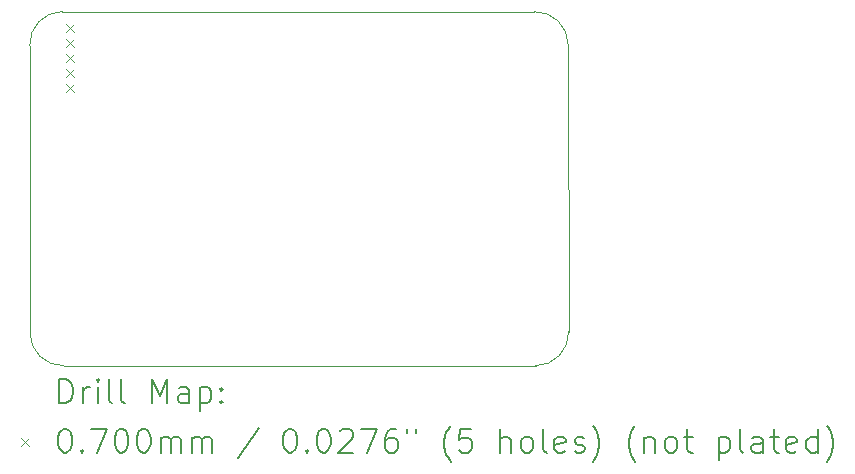
<source format=gbr>
%TF.GenerationSoftware,KiCad,Pcbnew,(6.0.9)*%
%TF.CreationDate,2022-11-24T16:49:14+01:00*%
%TF.ProjectId,LDAD ATOM PRO,4c444144-2041-4544-9f4d-2050524f2e6b,5.3*%
%TF.SameCoordinates,Original*%
%TF.FileFunction,Drillmap*%
%TF.FilePolarity,Positive*%
%FSLAX45Y45*%
G04 Gerber Fmt 4.5, Leading zero omitted, Abs format (unit mm)*
G04 Created by KiCad (PCBNEW (6.0.9)) date 2022-11-24 16:49:14*
%MOMM*%
%LPD*%
G01*
G04 APERTURE LIST*
%ADD10C,0.100000*%
%ADD11C,0.200000*%
%ADD12C,0.070000*%
G04 APERTURE END LIST*
D10*
X11911342Y-11246793D02*
X15905000Y-11247000D01*
X16179179Y-8528000D02*
G75*
G03*
X15891000Y-8250000I-278189J-10D01*
G01*
X15905000Y-11247000D02*
G75*
G03*
X16183000Y-10958820I0J278180D01*
G01*
X11898387Y-8248955D02*
X15891000Y-8250000D01*
X16183000Y-10958820D02*
X16179180Y-8528000D01*
X11623168Y-10968793D02*
G75*
G03*
X11911342Y-11246793I278182J3D01*
G01*
X11623162Y-10968793D02*
X11620387Y-8537135D01*
X11898387Y-8248956D02*
G75*
G03*
X11620387Y-8537135I-27J-278154D01*
G01*
D11*
D12*
X11926550Y-8351000D02*
X11996550Y-8421000D01*
X11996550Y-8351000D02*
X11926550Y-8421000D01*
X11926550Y-8478000D02*
X11996550Y-8548000D01*
X11996550Y-8478000D02*
X11926550Y-8548000D01*
X11926550Y-8605000D02*
X11996550Y-8675000D01*
X11996550Y-8605000D02*
X11926550Y-8675000D01*
X11926550Y-8732000D02*
X11996550Y-8802000D01*
X11996550Y-8732000D02*
X11926550Y-8802000D01*
X11926550Y-8859000D02*
X11996550Y-8929000D01*
X11996550Y-8859000D02*
X11926550Y-8929000D01*
D11*
X11872825Y-11562476D02*
X11872825Y-11362476D01*
X11920444Y-11362476D01*
X11949016Y-11372000D01*
X11968063Y-11391048D01*
X11977587Y-11410095D01*
X11987111Y-11448190D01*
X11987111Y-11476762D01*
X11977587Y-11514857D01*
X11968063Y-11533905D01*
X11949016Y-11552952D01*
X11920444Y-11562476D01*
X11872825Y-11562476D01*
X12072825Y-11562476D02*
X12072825Y-11429143D01*
X12072825Y-11467238D02*
X12082349Y-11448190D01*
X12091873Y-11438667D01*
X12110920Y-11429143D01*
X12129968Y-11429143D01*
X12196635Y-11562476D02*
X12196635Y-11429143D01*
X12196635Y-11362476D02*
X12187111Y-11372000D01*
X12196635Y-11381524D01*
X12206158Y-11372000D01*
X12196635Y-11362476D01*
X12196635Y-11381524D01*
X12320444Y-11562476D02*
X12301397Y-11552952D01*
X12291873Y-11533905D01*
X12291873Y-11362476D01*
X12425206Y-11562476D02*
X12406158Y-11552952D01*
X12396635Y-11533905D01*
X12396635Y-11362476D01*
X12653778Y-11562476D02*
X12653778Y-11362476D01*
X12720444Y-11505333D01*
X12787111Y-11362476D01*
X12787111Y-11562476D01*
X12968063Y-11562476D02*
X12968063Y-11457714D01*
X12958539Y-11438667D01*
X12939492Y-11429143D01*
X12901397Y-11429143D01*
X12882349Y-11438667D01*
X12968063Y-11552952D02*
X12949016Y-11562476D01*
X12901397Y-11562476D01*
X12882349Y-11552952D01*
X12872825Y-11533905D01*
X12872825Y-11514857D01*
X12882349Y-11495809D01*
X12901397Y-11486286D01*
X12949016Y-11486286D01*
X12968063Y-11476762D01*
X13063301Y-11429143D02*
X13063301Y-11629143D01*
X13063301Y-11438667D02*
X13082349Y-11429143D01*
X13120444Y-11429143D01*
X13139492Y-11438667D01*
X13149016Y-11448190D01*
X13158539Y-11467238D01*
X13158539Y-11524381D01*
X13149016Y-11543428D01*
X13139492Y-11552952D01*
X13120444Y-11562476D01*
X13082349Y-11562476D01*
X13063301Y-11552952D01*
X13244254Y-11543428D02*
X13253778Y-11552952D01*
X13244254Y-11562476D01*
X13234730Y-11552952D01*
X13244254Y-11543428D01*
X13244254Y-11562476D01*
X13244254Y-11438667D02*
X13253778Y-11448190D01*
X13244254Y-11457714D01*
X13234730Y-11448190D01*
X13244254Y-11438667D01*
X13244254Y-11457714D01*
D12*
X11545206Y-11857000D02*
X11615206Y-11927000D01*
X11615206Y-11857000D02*
X11545206Y-11927000D01*
D11*
X11910920Y-11782476D02*
X11929968Y-11782476D01*
X11949016Y-11792000D01*
X11958539Y-11801524D01*
X11968063Y-11820571D01*
X11977587Y-11858667D01*
X11977587Y-11906286D01*
X11968063Y-11944381D01*
X11958539Y-11963428D01*
X11949016Y-11972952D01*
X11929968Y-11982476D01*
X11910920Y-11982476D01*
X11891873Y-11972952D01*
X11882349Y-11963428D01*
X11872825Y-11944381D01*
X11863301Y-11906286D01*
X11863301Y-11858667D01*
X11872825Y-11820571D01*
X11882349Y-11801524D01*
X11891873Y-11792000D01*
X11910920Y-11782476D01*
X12063301Y-11963428D02*
X12072825Y-11972952D01*
X12063301Y-11982476D01*
X12053778Y-11972952D01*
X12063301Y-11963428D01*
X12063301Y-11982476D01*
X12139492Y-11782476D02*
X12272825Y-11782476D01*
X12187111Y-11982476D01*
X12387111Y-11782476D02*
X12406158Y-11782476D01*
X12425206Y-11792000D01*
X12434730Y-11801524D01*
X12444254Y-11820571D01*
X12453778Y-11858667D01*
X12453778Y-11906286D01*
X12444254Y-11944381D01*
X12434730Y-11963428D01*
X12425206Y-11972952D01*
X12406158Y-11982476D01*
X12387111Y-11982476D01*
X12368063Y-11972952D01*
X12358539Y-11963428D01*
X12349016Y-11944381D01*
X12339492Y-11906286D01*
X12339492Y-11858667D01*
X12349016Y-11820571D01*
X12358539Y-11801524D01*
X12368063Y-11792000D01*
X12387111Y-11782476D01*
X12577587Y-11782476D02*
X12596635Y-11782476D01*
X12615682Y-11792000D01*
X12625206Y-11801524D01*
X12634730Y-11820571D01*
X12644254Y-11858667D01*
X12644254Y-11906286D01*
X12634730Y-11944381D01*
X12625206Y-11963428D01*
X12615682Y-11972952D01*
X12596635Y-11982476D01*
X12577587Y-11982476D01*
X12558539Y-11972952D01*
X12549016Y-11963428D01*
X12539492Y-11944381D01*
X12529968Y-11906286D01*
X12529968Y-11858667D01*
X12539492Y-11820571D01*
X12549016Y-11801524D01*
X12558539Y-11792000D01*
X12577587Y-11782476D01*
X12729968Y-11982476D02*
X12729968Y-11849143D01*
X12729968Y-11868190D02*
X12739492Y-11858667D01*
X12758539Y-11849143D01*
X12787111Y-11849143D01*
X12806158Y-11858667D01*
X12815682Y-11877714D01*
X12815682Y-11982476D01*
X12815682Y-11877714D02*
X12825206Y-11858667D01*
X12844254Y-11849143D01*
X12872825Y-11849143D01*
X12891873Y-11858667D01*
X12901397Y-11877714D01*
X12901397Y-11982476D01*
X12996635Y-11982476D02*
X12996635Y-11849143D01*
X12996635Y-11868190D02*
X13006158Y-11858667D01*
X13025206Y-11849143D01*
X13053778Y-11849143D01*
X13072825Y-11858667D01*
X13082349Y-11877714D01*
X13082349Y-11982476D01*
X13082349Y-11877714D02*
X13091873Y-11858667D01*
X13110920Y-11849143D01*
X13139492Y-11849143D01*
X13158539Y-11858667D01*
X13168063Y-11877714D01*
X13168063Y-11982476D01*
X13558539Y-11772952D02*
X13387111Y-12030095D01*
X13815682Y-11782476D02*
X13834730Y-11782476D01*
X13853778Y-11792000D01*
X13863301Y-11801524D01*
X13872825Y-11820571D01*
X13882349Y-11858667D01*
X13882349Y-11906286D01*
X13872825Y-11944381D01*
X13863301Y-11963428D01*
X13853778Y-11972952D01*
X13834730Y-11982476D01*
X13815682Y-11982476D01*
X13796635Y-11972952D01*
X13787111Y-11963428D01*
X13777587Y-11944381D01*
X13768063Y-11906286D01*
X13768063Y-11858667D01*
X13777587Y-11820571D01*
X13787111Y-11801524D01*
X13796635Y-11792000D01*
X13815682Y-11782476D01*
X13968063Y-11963428D02*
X13977587Y-11972952D01*
X13968063Y-11982476D01*
X13958539Y-11972952D01*
X13968063Y-11963428D01*
X13968063Y-11982476D01*
X14101397Y-11782476D02*
X14120444Y-11782476D01*
X14139492Y-11792000D01*
X14149016Y-11801524D01*
X14158539Y-11820571D01*
X14168063Y-11858667D01*
X14168063Y-11906286D01*
X14158539Y-11944381D01*
X14149016Y-11963428D01*
X14139492Y-11972952D01*
X14120444Y-11982476D01*
X14101397Y-11982476D01*
X14082349Y-11972952D01*
X14072825Y-11963428D01*
X14063301Y-11944381D01*
X14053778Y-11906286D01*
X14053778Y-11858667D01*
X14063301Y-11820571D01*
X14072825Y-11801524D01*
X14082349Y-11792000D01*
X14101397Y-11782476D01*
X14244254Y-11801524D02*
X14253778Y-11792000D01*
X14272825Y-11782476D01*
X14320444Y-11782476D01*
X14339492Y-11792000D01*
X14349016Y-11801524D01*
X14358539Y-11820571D01*
X14358539Y-11839619D01*
X14349016Y-11868190D01*
X14234730Y-11982476D01*
X14358539Y-11982476D01*
X14425206Y-11782476D02*
X14558539Y-11782476D01*
X14472825Y-11982476D01*
X14720444Y-11782476D02*
X14682349Y-11782476D01*
X14663301Y-11792000D01*
X14653778Y-11801524D01*
X14634730Y-11830095D01*
X14625206Y-11868190D01*
X14625206Y-11944381D01*
X14634730Y-11963428D01*
X14644254Y-11972952D01*
X14663301Y-11982476D01*
X14701397Y-11982476D01*
X14720444Y-11972952D01*
X14729968Y-11963428D01*
X14739492Y-11944381D01*
X14739492Y-11896762D01*
X14729968Y-11877714D01*
X14720444Y-11868190D01*
X14701397Y-11858667D01*
X14663301Y-11858667D01*
X14644254Y-11868190D01*
X14634730Y-11877714D01*
X14625206Y-11896762D01*
X14815682Y-11782476D02*
X14815682Y-11820571D01*
X14891873Y-11782476D02*
X14891873Y-11820571D01*
X15187111Y-12058667D02*
X15177587Y-12049143D01*
X15158539Y-12020571D01*
X15149016Y-12001524D01*
X15139492Y-11972952D01*
X15129968Y-11925333D01*
X15129968Y-11887238D01*
X15139492Y-11839619D01*
X15149016Y-11811048D01*
X15158539Y-11792000D01*
X15177587Y-11763428D01*
X15187111Y-11753905D01*
X15358539Y-11782476D02*
X15263301Y-11782476D01*
X15253778Y-11877714D01*
X15263301Y-11868190D01*
X15282349Y-11858667D01*
X15329968Y-11858667D01*
X15349016Y-11868190D01*
X15358539Y-11877714D01*
X15368063Y-11896762D01*
X15368063Y-11944381D01*
X15358539Y-11963428D01*
X15349016Y-11972952D01*
X15329968Y-11982476D01*
X15282349Y-11982476D01*
X15263301Y-11972952D01*
X15253778Y-11963428D01*
X15606158Y-11982476D02*
X15606158Y-11782476D01*
X15691873Y-11982476D02*
X15691873Y-11877714D01*
X15682349Y-11858667D01*
X15663301Y-11849143D01*
X15634730Y-11849143D01*
X15615682Y-11858667D01*
X15606158Y-11868190D01*
X15815682Y-11982476D02*
X15796635Y-11972952D01*
X15787111Y-11963428D01*
X15777587Y-11944381D01*
X15777587Y-11887238D01*
X15787111Y-11868190D01*
X15796635Y-11858667D01*
X15815682Y-11849143D01*
X15844254Y-11849143D01*
X15863301Y-11858667D01*
X15872825Y-11868190D01*
X15882349Y-11887238D01*
X15882349Y-11944381D01*
X15872825Y-11963428D01*
X15863301Y-11972952D01*
X15844254Y-11982476D01*
X15815682Y-11982476D01*
X15996635Y-11982476D02*
X15977587Y-11972952D01*
X15968063Y-11953905D01*
X15968063Y-11782476D01*
X16149016Y-11972952D02*
X16129968Y-11982476D01*
X16091873Y-11982476D01*
X16072825Y-11972952D01*
X16063301Y-11953905D01*
X16063301Y-11877714D01*
X16072825Y-11858667D01*
X16091873Y-11849143D01*
X16129968Y-11849143D01*
X16149016Y-11858667D01*
X16158539Y-11877714D01*
X16158539Y-11896762D01*
X16063301Y-11915809D01*
X16234730Y-11972952D02*
X16253778Y-11982476D01*
X16291873Y-11982476D01*
X16310920Y-11972952D01*
X16320444Y-11953905D01*
X16320444Y-11944381D01*
X16310920Y-11925333D01*
X16291873Y-11915809D01*
X16263301Y-11915809D01*
X16244254Y-11906286D01*
X16234730Y-11887238D01*
X16234730Y-11877714D01*
X16244254Y-11858667D01*
X16263301Y-11849143D01*
X16291873Y-11849143D01*
X16310920Y-11858667D01*
X16387111Y-12058667D02*
X16396635Y-12049143D01*
X16415682Y-12020571D01*
X16425206Y-12001524D01*
X16434730Y-11972952D01*
X16444254Y-11925333D01*
X16444254Y-11887238D01*
X16434730Y-11839619D01*
X16425206Y-11811048D01*
X16415682Y-11792000D01*
X16396635Y-11763428D01*
X16387111Y-11753905D01*
X16749016Y-12058667D02*
X16739492Y-12049143D01*
X16720444Y-12020571D01*
X16710920Y-12001524D01*
X16701397Y-11972952D01*
X16691873Y-11925333D01*
X16691873Y-11887238D01*
X16701397Y-11839619D01*
X16710920Y-11811048D01*
X16720444Y-11792000D01*
X16739492Y-11763428D01*
X16749016Y-11753905D01*
X16825206Y-11849143D02*
X16825206Y-11982476D01*
X16825206Y-11868190D02*
X16834730Y-11858667D01*
X16853778Y-11849143D01*
X16882349Y-11849143D01*
X16901397Y-11858667D01*
X16910920Y-11877714D01*
X16910920Y-11982476D01*
X17034730Y-11982476D02*
X17015682Y-11972952D01*
X17006159Y-11963428D01*
X16996635Y-11944381D01*
X16996635Y-11887238D01*
X17006159Y-11868190D01*
X17015682Y-11858667D01*
X17034730Y-11849143D01*
X17063301Y-11849143D01*
X17082349Y-11858667D01*
X17091873Y-11868190D01*
X17101397Y-11887238D01*
X17101397Y-11944381D01*
X17091873Y-11963428D01*
X17082349Y-11972952D01*
X17063301Y-11982476D01*
X17034730Y-11982476D01*
X17158540Y-11849143D02*
X17234730Y-11849143D01*
X17187111Y-11782476D02*
X17187111Y-11953905D01*
X17196635Y-11972952D01*
X17215682Y-11982476D01*
X17234730Y-11982476D01*
X17453778Y-11849143D02*
X17453778Y-12049143D01*
X17453778Y-11858667D02*
X17472825Y-11849143D01*
X17510920Y-11849143D01*
X17529968Y-11858667D01*
X17539492Y-11868190D01*
X17549016Y-11887238D01*
X17549016Y-11944381D01*
X17539492Y-11963428D01*
X17529968Y-11972952D01*
X17510920Y-11982476D01*
X17472825Y-11982476D01*
X17453778Y-11972952D01*
X17663301Y-11982476D02*
X17644254Y-11972952D01*
X17634730Y-11953905D01*
X17634730Y-11782476D01*
X17825206Y-11982476D02*
X17825206Y-11877714D01*
X17815682Y-11858667D01*
X17796635Y-11849143D01*
X17758540Y-11849143D01*
X17739492Y-11858667D01*
X17825206Y-11972952D02*
X17806159Y-11982476D01*
X17758540Y-11982476D01*
X17739492Y-11972952D01*
X17729968Y-11953905D01*
X17729968Y-11934857D01*
X17739492Y-11915809D01*
X17758540Y-11906286D01*
X17806159Y-11906286D01*
X17825206Y-11896762D01*
X17891873Y-11849143D02*
X17968063Y-11849143D01*
X17920444Y-11782476D02*
X17920444Y-11953905D01*
X17929968Y-11972952D01*
X17949016Y-11982476D01*
X17968063Y-11982476D01*
X18110920Y-11972952D02*
X18091873Y-11982476D01*
X18053778Y-11982476D01*
X18034730Y-11972952D01*
X18025206Y-11953905D01*
X18025206Y-11877714D01*
X18034730Y-11858667D01*
X18053778Y-11849143D01*
X18091873Y-11849143D01*
X18110920Y-11858667D01*
X18120444Y-11877714D01*
X18120444Y-11896762D01*
X18025206Y-11915809D01*
X18291873Y-11982476D02*
X18291873Y-11782476D01*
X18291873Y-11972952D02*
X18272825Y-11982476D01*
X18234730Y-11982476D01*
X18215682Y-11972952D01*
X18206159Y-11963428D01*
X18196635Y-11944381D01*
X18196635Y-11887238D01*
X18206159Y-11868190D01*
X18215682Y-11858667D01*
X18234730Y-11849143D01*
X18272825Y-11849143D01*
X18291873Y-11858667D01*
X18368063Y-12058667D02*
X18377587Y-12049143D01*
X18396635Y-12020571D01*
X18406159Y-12001524D01*
X18415682Y-11972952D01*
X18425206Y-11925333D01*
X18425206Y-11887238D01*
X18415682Y-11839619D01*
X18406159Y-11811048D01*
X18396635Y-11792000D01*
X18377587Y-11763428D01*
X18368063Y-11753905D01*
M02*

</source>
